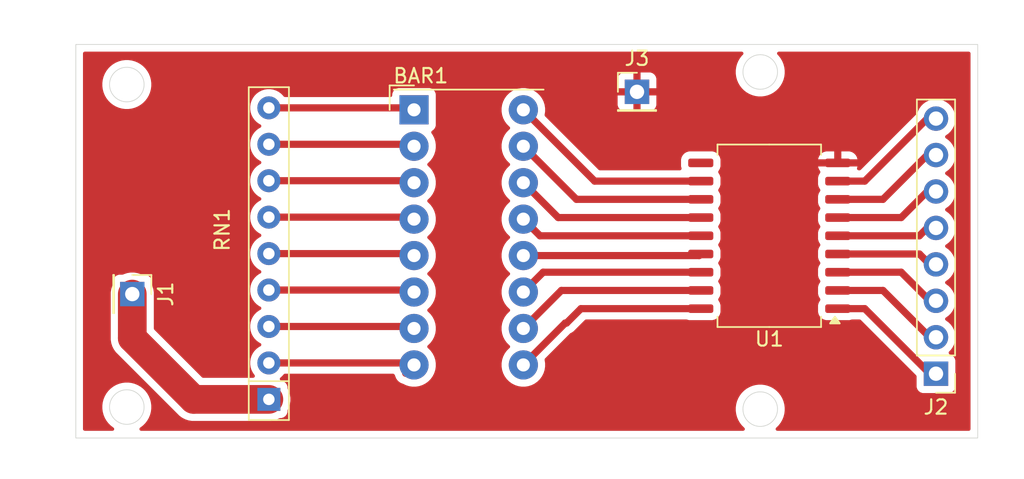
<source format=kicad_pcb>
(kicad_pcb (version 20241229) (generator "pcbnew") (generator_version "9.0")
  (layers (0 "F.Cu" signal) (2 "B.Cu" signal) (13 "F.Paste" user) (15 "B.Paste" user) (5 "F.SilkS" user "F.Silkscreen") (7 "B.SilkS" user "B.Silkscreen") (1 "F.Mask" user) (3 "B.Mask" user) (25 "Edge.Cuts" user))
  (net 0 "")
  (net 1 "Net-(RN1-R8)")
  (net 2 "Net-(RN1-R7)")
  (net 3 "Net-(RN1-R6)")
  (net 4 "Net-(RN1-R5)")
  (net 5 "Net-(RN1-R4)")
  (net 6 "Net-(RN1-R3)")
  (net 7 "Net-(RN1-R2)")
  (net 8 "Net-(RN1-R1)")
  (net 9 "Net-(U1-O1)")
  (net 10 "Net-(U1-O2)")
  (net 11 "Net-(U1-O3)")
  (net 12 "Net-(U1-O4)")
  (net 13 "Net-(U1-O5)")
  (net 14 "Net-(U1-O6)")
  (net 15 "Net-(U1-O7)")
  (net 16 "Net-(U1-O8)")
  (net 17 "VCC")
  (net 18 "Net-(J2-Pin_1)")
  (net 19 "Net-(J2-Pin_2)")
  (net 20 "Net-(J2-Pin_3)")
  (net 21 "Net-(J2-Pin_4)")
  (net 22 "Net-(J2-Pin_5)")
  (net 23 "Net-(J2-Pin_6)")
  (net 24 "Net-(J2-Pin_7)")
  (net 25 "Net-(J2-Pin_8)")
  (net 26 "GND")
  (footprint "Connector_PinHeader_2.54mm:PinHeader_1x08_P2.54mm_Vertical" (layer "F.Cu") (at 189.75 107.53 180)
    (property "Reference" "J2" (at 0 -2.33 0) (layer "F.SilkS"))
    (property "Value" "Conn_01x08_Pin")
    (fp_line (start 1.33 1.27) (end 1.33 19.11) (stroke (width 0.12)) (layer "F.SilkS"))
    (fp_line (start -1.33 19.11) (end 1.33 19.11) (stroke (width 0.12)) (layer "F.SilkS"))
    (fp_line (start -1.33 1.27) (end 1.33 1.27) (stroke (width 0.12)) (layer "F.SilkS"))
    (fp_line (start -1.33 1.27) (end -1.33 19.11) (stroke (width 0.12)) (layer "F.SilkS"))
    (fp_line (start -1.33 0) (end -1.33 -1.33) (stroke (width 0.12)) (layer "F.SilkS"))
    (fp_line (start -1.33 -1.33) (end 0 -1.33) (stroke (width 0.12)) (layer "F.SilkS"))
    (pad "1" thru_hole rect (at 0 0 180) (size 1.7 1.7) (drill 1) (layers "*.Cu" "*.Mask") (net 18 "Net-(J2-Pin_1)"))
    (pad "2" thru_hole oval (at 0 2.54 180) (size 1.7 1.7) (drill 1) (layers "*.Cu" "*.Mask") (net 19 "Net-(J2-Pin_2)"))
    (pad "3" thru_hole oval (at 0 5.08 180) (size 1.7 1.7) (drill 1) (layers "*.Cu" "*.Mask") (net 20 "Net-(J2-Pin_3)"))
    (pad "4" thru_hole oval (at 0 7.62 180) (size 1.7 1.7) (drill 1) (layers "*.Cu" "*.Mask") (net 21 "Net-(J2-Pin_4)"))
    (pad "5" thru_hole oval (at 0 10.16 180) (size 1.7 1.7) (drill 1) (layers "*.Cu" "*.Mask") (net 22 "Net-(J2-Pin_5)"))
    (pad "6" thru_hole oval (at 0 12.7 180) (size 1.7 1.7) (drill 1) (layers "*.Cu" "*.Mask") (net 23 "Net-(J2-Pin_6)"))
    (pad "7" thru_hole oval (at 0 15.24 180) (size 1.7 1.7) (drill 1) (layers "*.Cu" "*.Mask") (net 24 "Net-(J2-Pin_7)"))
    (pad "8" thru_hole oval (at 0 17.78 180) (size 1.7 1.7) (drill 1) (layers "*.Cu" "*.Mask") (net 25 "Net-(J2-Pin_8)"))
  )
  (footprint "Package_SO:SOP-18_7x12.5mm_P1.27mm" (layer "F.Cu") (at 178.13 97.917 180)
    (property "Reference" "U1" (at 0 -7.2 0) (layer "F.SilkS"))
    (property "Value" "ULN2803A_C845537")
    (fp_line (start 3.61 6.36) (end 3.61 5.64) (stroke (width 0.12)) (layer "F.SilkS"))
    (fp_line (start 3.61 -6.36) (end 3.61 -5.64) (stroke (width 0.12)) (layer "F.SilkS"))
    (fp_line (start 0 6.36) (end 3.61 6.36) (stroke (width 0.12)) (layer "F.SilkS"))
    (fp_line (start 0 6.36) (end -3.61 6.36) (stroke (width 0.12)) (layer "F.SilkS"))
    (fp_line (start 0 -6.36) (end 3.61 -6.36) (stroke (width 0.12)) (layer "F.SilkS"))
    (fp_line (start 0 -6.36) (end -3.61 -6.36) (stroke (width 0.12)) (layer "F.SilkS"))
    (fp_line (start -3.61 6.36) (end -3.61 5.64) (stroke (width 0.12)) (layer "F.SilkS"))
    (fp_line (start -3.61 -6.36) (end -3.61 -5.64) (stroke (width 0.12)) (layer "F.SilkS"))
    (fp_poly (pts (xy -4.575 -5.64) (xy -4.915 -6.11) (xy -4.235 -6.11) (xy -4.575 -5.64)) (stroke (width 0.12)) (fill yes) (layer "F.SilkS"))
    (pad "1" smd roundrect (at -4.775 -5.08 180) (size 1.75 0.6) (layers "F.Cu" "F.Mask" "F.Paste") (net 18 "Net-(J2-Pin_1)"))
    (pad "2" smd roundrect (at -4.775 -3.81 180) (size 1.75 0.6) (layers "F.Cu" "F.Mask" "F.Paste") (net 19 "Net-(J2-Pin_2)"))
    (pad "3" smd roundrect (at -4.775 -2.54 180) (size 1.75 0.6) (layers "F.Cu" "F.Mask" "F.Paste") (net 20 "Net-(J2-Pin_3)"))
    (pad "4" smd roundrect (at -4.775 -1.27 180) (size 1.75 0.6) (layers "F.Cu" "F.Mask" "F.Paste") (net 21 "Net-(J2-Pin_4)"))
    (pad "5" smd roundrect (at -4.775 0 180) (size 1.75 0.6) (layers "F.Cu" "F.Mask" "F.Paste") (net 22 "Net-(J2-Pin_5)"))
    (pad "6" smd roundrect (at -4.775 1.27 180) (size 1.75 0.6) (layers "F.Cu" "F.Mask" "F.Paste") (net 23 "Net-(J2-Pin_6)"))
    (pad "7" smd roundrect (at -4.775 2.54 180) (size 1.75 0.6) (layers "F.Cu" "F.Mask" "F.Paste") (net 24 "Net-(J2-Pin_7)"))
    (pad "8" smd roundrect (at -4.775 3.81 180) (size 1.75 0.6) (layers "F.Cu" "F.Mask" "F.Paste") (net 25 "Net-(J2-Pin_8)"))
    (pad "9" smd roundrect (at -4.775 5.08 180) (size 1.75 0.6) (layers "F.Cu" "F.Mask" "F.Paste") (net 26 "GND"))
    (pad "10" smd roundrect (at 4.775 5.08 180) (size 1.75 0.6) (layers "F.Cu" "F.Mask" "F.Paste"))
    (pad "11" smd roundrect (at 4.775 3.81 180) (size 1.75 0.6) (layers "F.Cu" "F.Mask" "F.Paste") (net 16 "Net-(U1-O8)"))
    (pad "12" smd roundrect (at 4.775 2.54 180) (size 1.75 0.6) (layers "F.Cu" "F.Mask" "F.Paste") (net 15 "Net-(U1-O7)"))
    (pad "13" smd roundrect (at 4.775 1.27 180) (size 1.75 0.6) (layers "F.Cu" "F.Mask" "F.Paste") (net 14 "Net-(U1-O6)"))
    (pad "14" smd roundrect (at 4.775 0 180) (size 1.75 0.6) (layers "F.Cu" "F.Mask" "F.Paste") (net 13 "Net-(U1-O5)"))
    (pad "15" smd roundrect (at 4.775 -1.27 180) (size 1.75 0.6) (layers "F.Cu" "F.Mask" "F.Paste") (net 12 "Net-(U1-O4)"))
    (pad "16" smd roundrect (at 4.775 -2.54 180) (size 1.75 0.6) (layers "F.Cu" "F.Mask" "F.Paste") (net 11 "Net-(U1-O3)"))
    (pad "17" smd roundrect (at 4.775 -3.81 180) (size 1.75 0.6) (layers "F.Cu" "F.Mask" "F.Paste") (net 10 "Net-(U1-O2)"))
    (pad "18" smd roundrect (at 4.775 -5.08 180) (size 1.75 0.6) (layers "F.Cu" "F.Mask" "F.Paste") (net 9 "Net-(U1-O1)"))
  )
  (footprint "Display:HDSP-4830" (layer "F.Cu") (at 153.369 89.138)
    (property "Reference" "BAR1" (at 0.47 -2.37 0) (layer "F.SilkS"))
    (property "Value" "HDSP-4830_2" (hide yes))
    (fp_line (start -1.7 -1.7) (end -1.7 0) (stroke (width 0.12)) (layer "F.SilkS"))
    (fp_line (start -1.41 -1.41) (end 9.03 -1.41) (stroke (width 0.12)) (layer "F.SilkS"))
    (fp_line (start 0 -1.7) (end -1.7 -1.7) (stroke (width 0.12)) (layer "F.SilkS"))
    (pad "1" thru_hole rect (at 0 0 270) (size 2.032 2.032) (drill 0.9144) (layers "*.Cu" "*.Mask") (net 1 "Net-(RN1-R8)"))
    (pad "2" thru_hole circle (at 0 2.54 270) (size 2.032 2.032) (drill 0.9144) (layers "*.Cu" "*.Mask") (net 2 "Net-(RN1-R7)"))
    (pad "3" thru_hole circle (at 0 5.08 270) (size 2.032 2.032) (drill 0.9144) (layers "*.Cu" "*.Mask") (net 3 "Net-(RN1-R6)"))
    (pad "4" thru_hole circle (at 0 7.62 270) (size 2.032 2.032) (drill 0.9144) (layers "*.Cu" "*.Mask") (net 4 "Net-(RN1-R5)"))
    (pad "5" thru_hole circle (at 0 10.16 270) (size 2.032 2.032) (drill 0.9144) (layers "*.Cu" "*.Mask") (net 5 "Net-(RN1-R4)"))
    (pad "6" thru_hole circle (at 0 12.7 270) (size 2.032 2.032) (drill 0.9144) (layers "*.Cu" "*.Mask") (net 6 "Net-(RN1-R3)"))
    (pad "7" thru_hole circle (at 0 15.24 270) (size 2.032 2.032) (drill 0.9144) (layers "*.Cu" "*.Mask") (net 7 "Net-(RN1-R2)"))
    (pad "8" thru_hole circle (at 0 17.78 270) (size 2.032 2.032) (drill 0.9144) (layers "*.Cu" "*.Mask") (net 8 "Net-(RN1-R1)"))
    (pad "13" thru_hole circle (at 7.62 17.78 270) (size 2.032 2.032) (drill 0.9144) (layers "*.Cu" "*.Mask") (net 9 "Net-(U1-O1)"))
    (pad "14" thru_hole circle (at 7.62 15.24 270) (size 2.032 2.032) (drill 0.9144) (layers "*.Cu" "*.Mask") (net 10 "Net-(U1-O2)"))
    (pad "15" thru_hole circle (at 7.62 12.7 270) (size 2.032 2.032) (drill 0.9144) (layers "*.Cu" "*.Mask") (net 11 "Net-(U1-O3)"))
    (pad "16" thru_hole circle (at 7.62 10.16 270) (size 2.032 2.032) (drill 0.9144) (layers "*.Cu" "*.Mask") (net 12 "Net-(U1-O4)"))
    (pad "17" thru_hole circle (at 7.62 7.62 270) (size 2.032 2.032) (drill 0.9144) (layers "*.Cu" "*.Mask") (net 13 "Net-(U1-O5)"))
    (pad "18" thru_hole circle (at 7.62 5.08 270) (size 2.032 2.032) (drill 0.9144) (layers "*.Cu" "*.Mask") (net 14 "Net-(U1-O6)"))
    (pad "19" thru_hole circle (at 7.62 2.54 270) (size 2.032 2.032) (drill 0.9144) (layers "*.Cu" "*.Mask") (net 15 "Net-(U1-O7)"))
    (pad "20" thru_hole circle (at 7.62 0 270) (size 2.032 2.032) (drill 0.9144) (layers "*.Cu" "*.Mask") (net 16 "Net-(U1-O8)"))
  )
  (footprint "Connector_PinHeader_2.54mm:PinHeader_1x01_P2.54mm_Vertical" (layer "F.Cu") (at 168.91 87.884)
    (property "Reference" "J3" (at 0 -2.33 0) (layer "F.SilkS"))
    (property "Value" "Conn_01x01_Pin")
    (fp_line (start -1.33 -1.33) (end 0 -1.33) (stroke (width 0.12)) (layer "F.SilkS"))
    (fp_line (start -1.33 0) (end -1.33 -1.33) (stroke (width 0.12)) (layer "F.SilkS"))
    (fp_line (start -1.33 1.27) (end -1.33 1.33) (stroke (width 0.12)) (layer "F.SilkS"))
    (fp_line (start -1.33 1.27) (end 1.33 1.27) (stroke (width 0.12)) (layer "F.SilkS"))
    (fp_line (start -1.33 1.33) (end 1.33 1.33) (stroke (width 0.12)) (layer "F.SilkS"))
    (fp_line (start 1.33 1.27) (end 1.33 1.33) (stroke (width 0.12)) (layer "F.SilkS"))
    (pad "1" thru_hole rect (at 0 0) (size 1.7 1.7) (drill 1) (layers "*.Cu" "*.Mask") (net 26 "GND"))
  )
  (footprint "Resistor_THT:R_Array_SIP9" (layer "F.Cu") (at 143.25 109.32 90)
    (property "Reference" "RN1" (at 11.82 -3.25 90) (layer "F.SilkS"))
    (property "Value" "R_Network08")
    (fp_line (start 21.76 -1.4) (end -1.44 -1.4) (stroke (width 0.12)) (layer "F.SilkS"))
    (fp_line (start 1.27 -1.4) (end 1.27 1.4) (stroke (width 0.12)) (layer "F.SilkS"))
    (fp_line (start -1.44 -1.4) (end -1.44 1.4) (stroke (width 0.12)) (layer "F.SilkS"))
    (fp_line (start 21.76 1.4) (end 21.76 -1.4) (stroke (width 0.12)) (layer "F.SilkS"))
    (fp_line (start -1.44 1.4) (end 21.76 1.4) (stroke (width 0.12)) (layer "F.SilkS"))
    (pad "1" thru_hole rect (at 0 0 90) (size 1.6 1.6) (drill 0.8) (layers "*.Cu" "*.Mask") (net 17 "VCC"))
    (pad "2" thru_hole oval (at 2.54 0 90) (size 1.6 1.6) (drill 0.8) (layers "*.Cu" "*.Mask") (net 8 "Net-(RN1-R1)"))
    (pad "3" thru_hole oval (at 5.08 0 90) (size 1.6 1.6) (drill 0.8) (layers "*.Cu" "*.Mask") (net 7 "Net-(RN1-R2)"))
    (pad "4" thru_hole oval (at 7.62 0 90) (size 1.6 1.6) (drill 0.8) (layers "*.Cu" "*.Mask") (net 6 "Net-(RN1-R3)"))
    (pad "5" thru_hole oval (at 10.16 0 90) (size 1.6 1.6) (drill 0.8) (layers "*.Cu" "*.Mask") (net 5 "Net-(RN1-R4)"))
    (pad "6" thru_hole oval (at 12.7 0 90) (size 1.6 1.6) (drill 0.8) (layers "*.Cu" "*.Mask") (net 4 "Net-(RN1-R5)"))
    (pad "7" thru_hole oval (at 15.24 0 90) (size 1.6 1.6) (drill 0.8) (layers "*.Cu" "*.Mask") (net 3 "Net-(RN1-R6)"))
    (pad "8" thru_hole oval (at 17.78 0 90) (size 1.6 1.6) (drill 0.8) (layers "*.Cu" "*.Mask") (net 2 "Net-(RN1-R7)"))
    (pad "9" thru_hole oval (at 20.32 0 90) (size 1.6 1.6) (drill 0.8) (layers "*.Cu" "*.Mask") (net 1 "Net-(RN1-R8)"))
  )
  (footprint "Connector_PinHeader_2.54mm:PinHeader_1x01_P2.54mm_Vertical" (layer "F.Cu") (at 133.731 101.981 -90)
    (property "Reference" "J1" (at 0 -2.33 90) (layer "F.SilkS"))
    (property "Value" "Conn_01x01_Pin")
    (fp_line (start -1.33 1.33) (end 1.33 1.33) (stroke (width 0.12)) (layer "F.SilkS"))
    (fp_line (start -1.33 1.27) (end -1.33 1.33) (stroke (width 0.12)) (layer "F.SilkS"))
    (fp_line (start -1.33 1.27) (end 1.33 1.27) (stroke (width 0.12)) (layer "F.SilkS"))
    (fp_line (start 1.33 1.27) (end 1.33 1.33) (stroke (width 0.12)) (layer "F.SilkS"))
    (fp_line (start -1.33 0) (end -1.33 -1.33) (stroke (width 0.12)) (layer "F.SilkS"))
    (fp_line (start -1.33 -1.33) (end 0 -1.33) (stroke (width 0.12)) (layer "F.SilkS"))
    (pad "1" thru_hole rect (at 0 0 270) (size 1.7 1.7) (drill 1) (layers "*.Cu" "*.Mask") (net 17 "VCC"))
  )
  (gr_circle (center 177.5 86.5) (end 177.881 87.643) (stroke (width 0.05)) (fill no) (layer "Edge.Cuts"))
  (gr_rect (start 129.794 84.582) (end 192.659 112.014) (stroke (width 0.05)) (fill no) (layer "Edge.Cuts"))
  (gr_circle (center 177.5 110) (end 177.881 111.143) (stroke (width 0.05)) (fill no) (layer "Edge.Cuts"))
  (gr_circle (center 133.35 109.855) (end 133.731 110.998) (stroke (width 0.05)) (fill no) (layer "Edge.Cuts"))
  (gr_circle (center 133.35 87.376) (end 133.731 88.519) (stroke (width 0.05)) (fill no) (layer "Edge.Cuts"))
  (segment (start 153.231 89) (end 153.369 89.138) (width 0.5) (layer "F.Cu") (net 1))
  (segment (start 153.353 89.154) (end 153.369 89.138) (width 0.5) (layer "F.Cu") (net 1))
  (segment (start 143.25 89) (end 153.231 89) (width 0.5) (layer "F.Cu") (net 1))
  (segment (start 153.231 91.54) (end 153.369 91.678) (width 0.5) (layer "F.Cu") (net 2))
  (segment (start 143.25 91.54) (end 153.231 91.54) (width 0.5) (layer "F.Cu") (net 2))
  (segment (start 153.231 94.08) (end 153.369 94.218) (width 0.5) (layer "F.Cu") (net 3))
  (segment (start 143.25 94.08) (end 153.231 94.08) (width 0.5) (layer "F.Cu") (net 3))
  (segment (start 153.231 96.62) (end 153.369 96.758) (width 0.5) (layer "F.Cu") (net 4))
  (segment (start 143.25 96.62) (end 153.231 96.62) (width 0.5) (layer "F.Cu") (net 4))
  (segment (start 143.25 99.16) (end 153.231 99.16) (width 0.5) (layer "F.Cu") (net 5))
  (segment (start 153.231 99.16) (end 153.369 99.298) (width 0.5) (layer "F.Cu") (net 5))
  (segment (start 153.231 101.7) (end 153.369 101.838) (width 0.5) (layer "F.Cu") (net 6))
  (segment (start 153.031 101.5) (end 153.369 101.838) (width 0.5) (layer "F.Cu") (net 6))
  (segment (start 143.25 101.7) (end 153.231 101.7) (width 0.5) (layer "F.Cu") (net 6))
  (segment (start 143.25 104.24) (end 153.231 104.24) (width 0.5) (layer "F.Cu") (net 7))
  (segment (start 153.231 104.24) (end 153.369 104.378) (width 0.5) (layer "F.Cu") (net 7))
  (segment (start 152.787 107.5) (end 153.369 106.918) (width 0.5) (layer "F.Cu") (net 8))
  (segment (start 143.25 106.78) (end 153.231 106.78) (width 0.5) (layer "F.Cu") (net 8))
  (segment (start 153.231 106.78) (end 153.369 106.918) (width 0.5) (layer "F.Cu") (net 8))
  (segment (start 165.003 102.997) (end 164 104) (width 0.5) (layer "F.Cu") (net 9))
  (segment (start 164 104) (end 163.907 104) (width 0.5) (layer "F.Cu") (net 9))
  (segment (start 173.355 102.997) (end 165.003 102.997) (width 0.5) (layer "F.Cu") (net 9))
  (segment (start 163.907 104) (end 160.989 106.918) (width 0.5) (layer "F.Cu") (net 9))
  (segment (start 160.989 104.378) (end 163.64 101.727) (width 0.5) (layer "F.Cu") (net 10))
  (segment (start 163.64 101.727) (end 173.355 101.727) (width 0.5) (layer "F.Cu") (net 10))
  (segment (start 160.989 101.838) (end 162.37 100.457) (width 0.5) (layer "F.Cu") (net 11))
  (segment (start 162.37 100.457) (end 173.355 100.457) (width 0.5) (layer "F.Cu") (net 11))
  (segment (start 173.244 99.298) (end 173.355 99.187) (width 0.5) (layer "F.Cu") (net 12))
  (segment (start 160.989 99.298) (end 173.244 99.298) (width 0.5) (layer "F.Cu") (net 12))
  (segment (start 160.989 96.758) (end 162.148 97.917) (width 0.5) (layer "F.Cu") (net 13))
  (segment (start 162.148 97.917) (end 173.355 97.917) (width 0.5) (layer "F.Cu") (net 13))
  (segment (start 163.418 96.647) (end 173.355 96.647) (width 0.5) (layer "F.Cu") (net 14))
  (segment (start 160.989 94.218) (end 163.418 96.647) (width 0.5) (layer "F.Cu") (net 14))
  (segment (start 164.688 95.377) (end 173.355 95.377) (width 0.5) (layer "F.Cu") (net 15))
  (segment (start 160.989 91.678) (end 164.688 95.377) (width 0.5) (layer "F.Cu") (net 15))
  (segment (start 165.958 94.107) (end 173.355 94.107) (width 0.5) (layer "F.Cu") (net 16))
  (segment (start 160.989 89.138) (end 165.958 94.107) (width 0.5) (layer "F.Cu") (net 16))
  (segment (start 133.731 101.981) (end 133.731 105.051) (width 2) (layer "F.Cu") (net 17))
  (segment (start 133.731 105.051) (end 138 109.32) (width 2) (layer "F.Cu") (net 17))
  (segment (start 138 109.32) (end 143.25 109.32) (width 2) (layer "F.Cu") (net 17))
  (segment (start 182.905 102.997) (end 184.785 102.997) (width 0.5) (layer "F.Cu") (net 18))
  (segment (start 184.785 102.997) (end 189.23 107.442) (width 0.5) (layer "F.Cu") (net 18))
  (segment (start 186.055 101.727) (end 189.23 104.902) (width 0.5) (layer "F.Cu") (net 19))
  (segment (start 182.905 101.727) (end 186.055 101.727) (width 0.5) (layer "F.Cu") (net 19))
  (segment (start 182.905 100.457) (end 187.325 100.457) (width 0.5) (layer "F.Cu") (net 20))
  (segment (start 187.325 100.457) (end 189.23 102.362) (width 0.5) (layer "F.Cu") (net 20))
  (segment (start 182.905 99.187) (end 188.595 99.187) (width 0.5) (layer "F.Cu") (net 21))
  (segment (start 188.595 99.187) (end 189.23 99.822) (width 0.5) (layer "F.Cu") (net 21))
  (segment (start 188.595 97.917) (end 189.23 97.282) (width 0.5) (layer "F.Cu") (net 22))
  (segment (start 182.905 97.917) (end 188.595 97.917) (width 0.5) (layer "F.Cu") (net 22))
  (segment (start 182.905 96.647) (end 187.325 96.647) (width 0.5) (layer "F.Cu") (net 23))
  (segment (start 187.325 96.647) (end 189.23 94.742) (width 0.5) (layer "F.Cu") (net 23))
  (segment (start 182.905 95.377) (end 186.055 95.377) (width 0.5) (layer "F.Cu") (net 24))
  (segment (start 186.055 95.377) (end 189.23 92.202) (width 0.5) (layer "F.Cu") (net 24))
  (segment (start 182.905 94.107) (end 184.785 94.107) (width 0.5) (layer "F.Cu") (net 25))
  (segment (start 184.785 94.107) (end 189.23 89.662) (width 0.5) (layer "F.Cu") (net 25))
  (zone (net 26) (net_name "GND") (layer "F.Cu") (connect_pads (clearance 0.5)) (min_thickness 0.25) (fill yes (thermal_gap 0.5) (thermal_bridge_width 0.5))
    (polygon (pts (xy 127.9652 81.4832) (xy 194.7164 82.8548) (xy 195.8848 114.0968) (xy 129.9972 114.8588) (xy 124.5108 87.1728) (xy 127.4064 82.1436)))
  )
)
</source>
